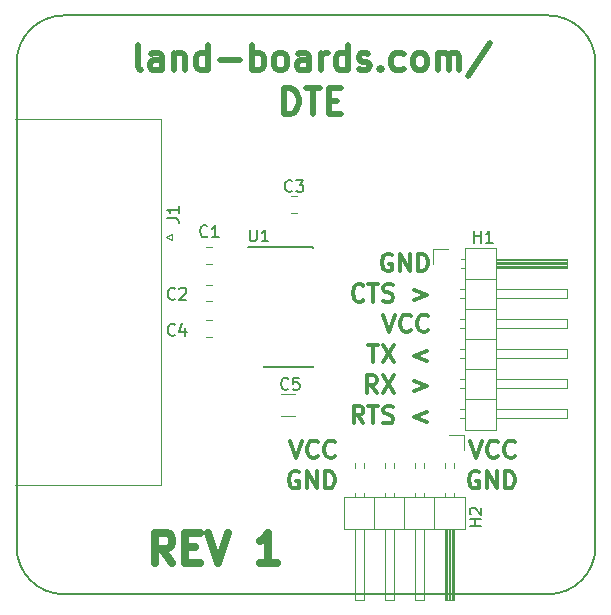
<source format=gbr>
G04 #@! TF.GenerationSoftware,KiCad,Pcbnew,(5.1.5)-3*
G04 #@! TF.CreationDate,2020-04-19T11:52:18-04:00*
G04 #@! TF.ProjectId,RS232_TTL_Male,52533233-325f-4545-944c-5f4d616c652e,1*
G04 #@! TF.SameCoordinates,Original*
G04 #@! TF.FileFunction,Legend,Top*
G04 #@! TF.FilePolarity,Positive*
%FSLAX46Y46*%
G04 Gerber Fmt 4.6, Leading zero omitted, Abs format (unit mm)*
G04 Created by KiCad (PCBNEW (5.1.5)-3) date 2020-04-19 11:52:18*
%MOMM*%
%LPD*%
G04 APERTURE LIST*
%ADD10C,0.368300*%
%ADD11C,0.635000*%
%ADD12C,0.476250*%
%ADD13C,0.120000*%
%ADD14C,0.150000*%
G04 APERTURE END LIST*
D10*
X184413766Y-98996197D02*
X184904833Y-100469397D01*
X185395900Y-98996197D01*
X186728795Y-100329092D02*
X186658643Y-100399245D01*
X186448185Y-100469397D01*
X186307881Y-100469397D01*
X186097424Y-100399245D01*
X185957119Y-100258940D01*
X185886966Y-100118635D01*
X185816814Y-99838026D01*
X185816814Y-99627569D01*
X185886966Y-99346959D01*
X185957119Y-99206654D01*
X186097424Y-99066350D01*
X186307881Y-98996197D01*
X186448185Y-98996197D01*
X186658643Y-99066350D01*
X186728795Y-99136502D01*
X188201995Y-100329092D02*
X188131843Y-100399245D01*
X187921385Y-100469397D01*
X187781081Y-100469397D01*
X187570624Y-100399245D01*
X187430319Y-100258940D01*
X187360166Y-100118635D01*
X187290014Y-99838026D01*
X187290014Y-99627569D01*
X187360166Y-99346959D01*
X187430319Y-99206654D01*
X187570624Y-99066350D01*
X187781081Y-98996197D01*
X187921385Y-98996197D01*
X188131843Y-99066350D01*
X188201995Y-99136502D01*
X185115290Y-101644450D02*
X184974985Y-101574297D01*
X184764528Y-101574297D01*
X184554071Y-101644450D01*
X184413766Y-101784754D01*
X184343614Y-101925059D01*
X184273462Y-102205669D01*
X184273462Y-102416126D01*
X184343614Y-102696735D01*
X184413766Y-102837040D01*
X184554071Y-102977345D01*
X184764528Y-103047497D01*
X184904833Y-103047497D01*
X185115290Y-102977345D01*
X185185443Y-102907192D01*
X185185443Y-102416126D01*
X184904833Y-102416126D01*
X185816814Y-103047497D02*
X185816814Y-101574297D01*
X186658643Y-103047497D01*
X186658643Y-101574297D01*
X187360166Y-103047497D02*
X187360166Y-101574297D01*
X187710928Y-101574297D01*
X187921385Y-101644450D01*
X188061690Y-101784754D01*
X188131843Y-101925059D01*
X188201995Y-102205669D01*
X188201995Y-102416126D01*
X188131843Y-102696735D01*
X188061690Y-102837040D01*
X187921385Y-102977345D01*
X187710928Y-103047497D01*
X187360166Y-103047497D01*
X169173766Y-98996197D02*
X169664833Y-100469397D01*
X170155900Y-98996197D01*
X171488795Y-100329092D02*
X171418643Y-100399245D01*
X171208185Y-100469397D01*
X171067881Y-100469397D01*
X170857424Y-100399245D01*
X170717119Y-100258940D01*
X170646966Y-100118635D01*
X170576814Y-99838026D01*
X170576814Y-99627569D01*
X170646966Y-99346959D01*
X170717119Y-99206654D01*
X170857424Y-99066350D01*
X171067881Y-98996197D01*
X171208185Y-98996197D01*
X171418643Y-99066350D01*
X171488795Y-99136502D01*
X172961995Y-100329092D02*
X172891843Y-100399245D01*
X172681385Y-100469397D01*
X172541081Y-100469397D01*
X172330624Y-100399245D01*
X172190319Y-100258940D01*
X172120166Y-100118635D01*
X172050014Y-99838026D01*
X172050014Y-99627569D01*
X172120166Y-99346959D01*
X172190319Y-99206654D01*
X172330624Y-99066350D01*
X172541081Y-98996197D01*
X172681385Y-98996197D01*
X172891843Y-99066350D01*
X172961995Y-99136502D01*
X169875290Y-101644450D02*
X169734985Y-101574297D01*
X169524528Y-101574297D01*
X169314071Y-101644450D01*
X169173766Y-101784754D01*
X169103614Y-101925059D01*
X169033462Y-102205669D01*
X169033462Y-102416126D01*
X169103614Y-102696735D01*
X169173766Y-102837040D01*
X169314071Y-102977345D01*
X169524528Y-103047497D01*
X169664833Y-103047497D01*
X169875290Y-102977345D01*
X169945443Y-102907192D01*
X169945443Y-102416126D01*
X169664833Y-102416126D01*
X170576814Y-103047497D02*
X170576814Y-101574297D01*
X171418643Y-103047497D01*
X171418643Y-101574297D01*
X172120166Y-103047497D02*
X172120166Y-101574297D01*
X172470928Y-101574297D01*
X172681385Y-101644450D01*
X172821690Y-101784754D01*
X172891843Y-101925059D01*
X172961995Y-102205669D01*
X172961995Y-102416126D01*
X172891843Y-102696735D01*
X172821690Y-102837040D01*
X172681385Y-102977345D01*
X172470928Y-103047497D01*
X172120166Y-103047497D01*
X177749290Y-83242150D02*
X177608985Y-83171997D01*
X177398528Y-83171997D01*
X177188071Y-83242150D01*
X177047766Y-83382454D01*
X176977614Y-83522759D01*
X176907462Y-83803369D01*
X176907462Y-84013826D01*
X176977614Y-84294435D01*
X177047766Y-84434740D01*
X177188071Y-84575045D01*
X177398528Y-84645197D01*
X177538833Y-84645197D01*
X177749290Y-84575045D01*
X177819443Y-84504892D01*
X177819443Y-84013826D01*
X177538833Y-84013826D01*
X178450814Y-84645197D02*
X178450814Y-83171997D01*
X179292643Y-84645197D01*
X179292643Y-83171997D01*
X179994166Y-84645197D02*
X179994166Y-83171997D01*
X180344928Y-83171997D01*
X180555385Y-83242150D01*
X180695690Y-83382454D01*
X180765843Y-83522759D01*
X180835995Y-83803369D01*
X180835995Y-84013826D01*
X180765843Y-84294435D01*
X180695690Y-84434740D01*
X180555385Y-84575045D01*
X180344928Y-84645197D01*
X179994166Y-84645197D01*
X175364109Y-87082992D02*
X175293957Y-87153145D01*
X175083500Y-87223297D01*
X174943195Y-87223297D01*
X174732738Y-87153145D01*
X174592433Y-87012840D01*
X174522281Y-86872535D01*
X174452128Y-86591926D01*
X174452128Y-86381469D01*
X174522281Y-86100859D01*
X174592433Y-85960554D01*
X174732738Y-85820250D01*
X174943195Y-85750097D01*
X175083500Y-85750097D01*
X175293957Y-85820250D01*
X175364109Y-85890402D01*
X175785024Y-85750097D02*
X176626852Y-85750097D01*
X176205938Y-87223297D02*
X176205938Y-85750097D01*
X177047766Y-87153145D02*
X177258224Y-87223297D01*
X177608985Y-87223297D01*
X177749290Y-87153145D01*
X177819443Y-87082992D01*
X177889595Y-86942688D01*
X177889595Y-86802383D01*
X177819443Y-86662078D01*
X177749290Y-86591926D01*
X177608985Y-86521773D01*
X177328376Y-86451621D01*
X177188071Y-86381469D01*
X177117919Y-86311316D01*
X177047766Y-86171011D01*
X177047766Y-86030707D01*
X177117919Y-85890402D01*
X177188071Y-85820250D01*
X177328376Y-85750097D01*
X177679138Y-85750097D01*
X177889595Y-85820250D01*
X179643405Y-86241164D02*
X180765843Y-86662078D01*
X179643405Y-87082992D01*
X177047766Y-88328197D02*
X177538833Y-89801397D01*
X178029900Y-88328197D01*
X179362795Y-89661092D02*
X179292643Y-89731245D01*
X179082185Y-89801397D01*
X178941881Y-89801397D01*
X178731424Y-89731245D01*
X178591119Y-89590940D01*
X178520966Y-89450635D01*
X178450814Y-89170026D01*
X178450814Y-88959569D01*
X178520966Y-88678959D01*
X178591119Y-88538654D01*
X178731424Y-88398350D01*
X178941881Y-88328197D01*
X179082185Y-88328197D01*
X179292643Y-88398350D01*
X179362795Y-88468502D01*
X180835995Y-89661092D02*
X180765843Y-89731245D01*
X180555385Y-89801397D01*
X180415081Y-89801397D01*
X180204624Y-89731245D01*
X180064319Y-89590940D01*
X179994166Y-89450635D01*
X179924014Y-89170026D01*
X179924014Y-88959569D01*
X179994166Y-88678959D01*
X180064319Y-88538654D01*
X180204624Y-88398350D01*
X180415081Y-88328197D01*
X180555385Y-88328197D01*
X180765843Y-88398350D01*
X180835995Y-88468502D01*
X175785024Y-90906297D02*
X176626852Y-90906297D01*
X176205938Y-92379497D02*
X176205938Y-90906297D01*
X176977614Y-90906297D02*
X177959747Y-92379497D01*
X177959747Y-90906297D02*
X176977614Y-92379497D01*
X180765843Y-91397364D02*
X179643405Y-91818278D01*
X180765843Y-92239192D01*
X176486547Y-94957597D02*
X175995481Y-94256073D01*
X175644719Y-94957597D02*
X175644719Y-93484397D01*
X176205938Y-93484397D01*
X176346243Y-93554550D01*
X176416395Y-93624702D01*
X176486547Y-93765007D01*
X176486547Y-93975464D01*
X176416395Y-94115769D01*
X176346243Y-94185921D01*
X176205938Y-94256073D01*
X175644719Y-94256073D01*
X176977614Y-93484397D02*
X177959747Y-94957597D01*
X177959747Y-93484397D02*
X176977614Y-94957597D01*
X179643405Y-93975464D02*
X180765843Y-94396378D01*
X179643405Y-94817292D01*
X175364109Y-97535697D02*
X174873043Y-96834173D01*
X174522281Y-97535697D02*
X174522281Y-96062497D01*
X175083500Y-96062497D01*
X175223805Y-96132650D01*
X175293957Y-96202802D01*
X175364109Y-96343107D01*
X175364109Y-96553564D01*
X175293957Y-96693869D01*
X175223805Y-96764021D01*
X175083500Y-96834173D01*
X174522281Y-96834173D01*
X175785024Y-96062497D02*
X176626852Y-96062497D01*
X176205938Y-97535697D02*
X176205938Y-96062497D01*
X177047766Y-97465545D02*
X177258224Y-97535697D01*
X177608985Y-97535697D01*
X177749290Y-97465545D01*
X177819443Y-97395392D01*
X177889595Y-97255088D01*
X177889595Y-97114783D01*
X177819443Y-96974478D01*
X177749290Y-96904326D01*
X177608985Y-96834173D01*
X177328376Y-96764021D01*
X177188071Y-96693869D01*
X177117919Y-96623716D01*
X177047766Y-96483411D01*
X177047766Y-96343107D01*
X177117919Y-96202802D01*
X177188071Y-96132650D01*
X177328376Y-96062497D01*
X177679138Y-96062497D01*
X177889595Y-96132650D01*
X180765843Y-96553564D02*
X179643405Y-96974478D01*
X180765843Y-97395392D01*
D11*
X159185428Y-109353047D02*
X158338761Y-108143523D01*
X157734000Y-109353047D02*
X157734000Y-106813047D01*
X158701619Y-106813047D01*
X158943523Y-106934000D01*
X159064476Y-107054952D01*
X159185428Y-107296857D01*
X159185428Y-107659714D01*
X159064476Y-107901619D01*
X158943523Y-108022571D01*
X158701619Y-108143523D01*
X157734000Y-108143523D01*
X160274000Y-108022571D02*
X161120666Y-108022571D01*
X161483523Y-109353047D02*
X160274000Y-109353047D01*
X160274000Y-106813047D01*
X161483523Y-106813047D01*
X162209238Y-106813047D02*
X163055904Y-109353047D01*
X163902571Y-106813047D01*
X168014952Y-109353047D02*
X166563523Y-109353047D01*
X167289238Y-109353047D02*
X167289238Y-106813047D01*
X167047333Y-107175904D01*
X166805428Y-107417809D01*
X166563523Y-107538761D01*
D12*
X156555261Y-67619315D02*
X156349642Y-67516505D01*
X156246833Y-67310886D01*
X156246833Y-65460315D01*
X158303023Y-67619315D02*
X158303023Y-66488410D01*
X158200214Y-66282791D01*
X157994595Y-66179982D01*
X157583357Y-66179982D01*
X157377738Y-66282791D01*
X158303023Y-67516505D02*
X158097404Y-67619315D01*
X157583357Y-67619315D01*
X157377738Y-67516505D01*
X157274928Y-67310886D01*
X157274928Y-67105267D01*
X157377738Y-66899648D01*
X157583357Y-66796839D01*
X158097404Y-66796839D01*
X158303023Y-66694029D01*
X159331119Y-66179982D02*
X159331119Y-67619315D01*
X159331119Y-66385601D02*
X159433928Y-66282791D01*
X159639547Y-66179982D01*
X159947976Y-66179982D01*
X160153595Y-66282791D01*
X160256404Y-66488410D01*
X160256404Y-67619315D01*
X162209785Y-67619315D02*
X162209785Y-65460315D01*
X162209785Y-67516505D02*
X162004166Y-67619315D01*
X161592928Y-67619315D01*
X161387309Y-67516505D01*
X161284500Y-67413696D01*
X161181690Y-67208077D01*
X161181690Y-66591220D01*
X161284500Y-66385601D01*
X161387309Y-66282791D01*
X161592928Y-66179982D01*
X162004166Y-66179982D01*
X162209785Y-66282791D01*
X163237880Y-66796839D02*
X164882833Y-66796839D01*
X165910928Y-67619315D02*
X165910928Y-65460315D01*
X165910928Y-66282791D02*
X166116547Y-66179982D01*
X166527785Y-66179982D01*
X166733404Y-66282791D01*
X166836214Y-66385601D01*
X166939023Y-66591220D01*
X166939023Y-67208077D01*
X166836214Y-67413696D01*
X166733404Y-67516505D01*
X166527785Y-67619315D01*
X166116547Y-67619315D01*
X165910928Y-67516505D01*
X168172738Y-67619315D02*
X167967119Y-67516505D01*
X167864309Y-67413696D01*
X167761500Y-67208077D01*
X167761500Y-66591220D01*
X167864309Y-66385601D01*
X167967119Y-66282791D01*
X168172738Y-66179982D01*
X168481166Y-66179982D01*
X168686785Y-66282791D01*
X168789595Y-66385601D01*
X168892404Y-66591220D01*
X168892404Y-67208077D01*
X168789595Y-67413696D01*
X168686785Y-67516505D01*
X168481166Y-67619315D01*
X168172738Y-67619315D01*
X170742976Y-67619315D02*
X170742976Y-66488410D01*
X170640166Y-66282791D01*
X170434547Y-66179982D01*
X170023309Y-66179982D01*
X169817690Y-66282791D01*
X170742976Y-67516505D02*
X170537357Y-67619315D01*
X170023309Y-67619315D01*
X169817690Y-67516505D01*
X169714880Y-67310886D01*
X169714880Y-67105267D01*
X169817690Y-66899648D01*
X170023309Y-66796839D01*
X170537357Y-66796839D01*
X170742976Y-66694029D01*
X171771071Y-67619315D02*
X171771071Y-66179982D01*
X171771071Y-66591220D02*
X171873880Y-66385601D01*
X171976690Y-66282791D01*
X172182309Y-66179982D01*
X172387928Y-66179982D01*
X174032880Y-67619315D02*
X174032880Y-65460315D01*
X174032880Y-67516505D02*
X173827261Y-67619315D01*
X173416023Y-67619315D01*
X173210404Y-67516505D01*
X173107595Y-67413696D01*
X173004785Y-67208077D01*
X173004785Y-66591220D01*
X173107595Y-66385601D01*
X173210404Y-66282791D01*
X173416023Y-66179982D01*
X173827261Y-66179982D01*
X174032880Y-66282791D01*
X174958166Y-67516505D02*
X175163785Y-67619315D01*
X175575023Y-67619315D01*
X175780642Y-67516505D01*
X175883452Y-67310886D01*
X175883452Y-67208077D01*
X175780642Y-67002458D01*
X175575023Y-66899648D01*
X175266595Y-66899648D01*
X175060976Y-66796839D01*
X174958166Y-66591220D01*
X174958166Y-66488410D01*
X175060976Y-66282791D01*
X175266595Y-66179982D01*
X175575023Y-66179982D01*
X175780642Y-66282791D01*
X176808738Y-67413696D02*
X176911547Y-67516505D01*
X176808738Y-67619315D01*
X176705928Y-67516505D01*
X176808738Y-67413696D01*
X176808738Y-67619315D01*
X178762119Y-67516505D02*
X178556499Y-67619315D01*
X178145261Y-67619315D01*
X177939642Y-67516505D01*
X177836833Y-67413696D01*
X177734023Y-67208077D01*
X177734023Y-66591220D01*
X177836833Y-66385601D01*
X177939642Y-66282791D01*
X178145261Y-66179982D01*
X178556499Y-66179982D01*
X178762119Y-66282791D01*
X179995833Y-67619315D02*
X179790214Y-67516505D01*
X179687404Y-67413696D01*
X179584595Y-67208077D01*
X179584595Y-66591220D01*
X179687404Y-66385601D01*
X179790214Y-66282791D01*
X179995833Y-66179982D01*
X180304261Y-66179982D01*
X180509880Y-66282791D01*
X180612690Y-66385601D01*
X180715499Y-66591220D01*
X180715499Y-67208077D01*
X180612690Y-67413696D01*
X180509880Y-67516505D01*
X180304261Y-67619315D01*
X179995833Y-67619315D01*
X181640785Y-67619315D02*
X181640785Y-66179982D01*
X181640785Y-66385601D02*
X181743595Y-66282791D01*
X181949214Y-66179982D01*
X182257642Y-66179982D01*
X182463261Y-66282791D01*
X182566071Y-66488410D01*
X182566071Y-67619315D01*
X182566071Y-66488410D02*
X182668880Y-66282791D01*
X182874499Y-66179982D01*
X183182928Y-66179982D01*
X183388547Y-66282791D01*
X183491357Y-66488410D01*
X183491357Y-67619315D01*
X186061595Y-65357505D02*
X184211023Y-68133363D01*
X168635380Y-71334065D02*
X168635380Y-69175065D01*
X169149428Y-69175065D01*
X169457857Y-69277875D01*
X169663476Y-69483494D01*
X169766285Y-69689113D01*
X169869095Y-70100351D01*
X169869095Y-70408779D01*
X169766285Y-70820017D01*
X169663476Y-71025636D01*
X169457857Y-71231255D01*
X169149428Y-71334065D01*
X168635380Y-71334065D01*
X170485952Y-69175065D02*
X171719666Y-69175065D01*
X171102809Y-71334065D02*
X171102809Y-69175065D01*
X172439333Y-70203160D02*
X173159000Y-70203160D01*
X173467428Y-71334065D02*
X172439333Y-71334065D01*
X172439333Y-69175065D01*
X173467428Y-69175065D01*
D13*
X162567252Y-84022000D02*
X162044748Y-84022000D01*
X162567252Y-82602000D02*
X162044748Y-82602000D01*
X162567252Y-85790000D02*
X162044748Y-85790000D01*
X162567252Y-87210000D02*
X162044748Y-87210000D01*
X169761252Y-79710000D02*
X169238748Y-79710000D01*
X169761252Y-78290000D02*
X169238748Y-78290000D01*
X162044748Y-90210000D02*
X162567252Y-90210000D01*
X162044748Y-88790000D02*
X162567252Y-88790000D01*
X145883200Y-71799700D02*
X158223200Y-71799700D01*
X158223200Y-71799700D02*
X158223200Y-102769700D01*
X158223200Y-102769700D02*
X145883200Y-102769700D01*
X159117538Y-81494700D02*
X159117538Y-81994700D01*
X159117538Y-81994700D02*
X158684525Y-81744700D01*
X158684525Y-81744700D02*
X159117538Y-81494700D01*
D14*
X166937400Y-82600600D02*
X166937400Y-82625600D01*
X171087400Y-82600600D02*
X171087400Y-82705600D01*
X171087400Y-92750600D02*
X171087400Y-92645600D01*
X166937400Y-92750600D02*
X166937400Y-92645600D01*
X166937400Y-82600600D02*
X171087400Y-82600600D01*
X166937400Y-92750600D02*
X171087400Y-92750600D01*
X166937400Y-82625600D02*
X165562400Y-82625600D01*
D13*
X183965200Y-82713400D02*
X183965200Y-98073400D01*
X183965200Y-98073400D02*
X186625200Y-98073400D01*
X186625200Y-98073400D02*
X186625200Y-82713400D01*
X186625200Y-82713400D02*
X183965200Y-82713400D01*
X186625200Y-83663400D02*
X192625200Y-83663400D01*
X192625200Y-83663400D02*
X192625200Y-84423400D01*
X192625200Y-84423400D02*
X186625200Y-84423400D01*
X186625200Y-83723400D02*
X192625200Y-83723400D01*
X186625200Y-83843400D02*
X192625200Y-83843400D01*
X186625200Y-83963400D02*
X192625200Y-83963400D01*
X186625200Y-84083400D02*
X192625200Y-84083400D01*
X186625200Y-84203400D02*
X192625200Y-84203400D01*
X186625200Y-84323400D02*
X192625200Y-84323400D01*
X183635200Y-83663400D02*
X183965200Y-83663400D01*
X183635200Y-84423400D02*
X183965200Y-84423400D01*
X183965200Y-85313400D02*
X186625200Y-85313400D01*
X186625200Y-86203400D02*
X192625200Y-86203400D01*
X192625200Y-86203400D02*
X192625200Y-86963400D01*
X192625200Y-86963400D02*
X186625200Y-86963400D01*
X183568129Y-86203400D02*
X183965200Y-86203400D01*
X183568129Y-86963400D02*
X183965200Y-86963400D01*
X183965200Y-87853400D02*
X186625200Y-87853400D01*
X186625200Y-88743400D02*
X192625200Y-88743400D01*
X192625200Y-88743400D02*
X192625200Y-89503400D01*
X192625200Y-89503400D02*
X186625200Y-89503400D01*
X183568129Y-88743400D02*
X183965200Y-88743400D01*
X183568129Y-89503400D02*
X183965200Y-89503400D01*
X183965200Y-90393400D02*
X186625200Y-90393400D01*
X186625200Y-91283400D02*
X192625200Y-91283400D01*
X192625200Y-91283400D02*
X192625200Y-92043400D01*
X192625200Y-92043400D02*
X186625200Y-92043400D01*
X183568129Y-91283400D02*
X183965200Y-91283400D01*
X183568129Y-92043400D02*
X183965200Y-92043400D01*
X183965200Y-92933400D02*
X186625200Y-92933400D01*
X186625200Y-93823400D02*
X192625200Y-93823400D01*
X192625200Y-93823400D02*
X192625200Y-94583400D01*
X192625200Y-94583400D02*
X186625200Y-94583400D01*
X183568129Y-93823400D02*
X183965200Y-93823400D01*
X183568129Y-94583400D02*
X183965200Y-94583400D01*
X183965200Y-95473400D02*
X186625200Y-95473400D01*
X186625200Y-96363400D02*
X192625200Y-96363400D01*
X192625200Y-96363400D02*
X192625200Y-97123400D01*
X192625200Y-97123400D02*
X186625200Y-97123400D01*
X183568129Y-96363400D02*
X183965200Y-96363400D01*
X183568129Y-97123400D02*
X183965200Y-97123400D01*
X181255200Y-84043400D02*
X181255200Y-82773400D01*
X181255200Y-82773400D02*
X182525200Y-82773400D01*
D14*
X150000000Y-112000000D02*
X191000000Y-112000000D01*
X146000000Y-67000000D02*
X146000000Y-108000000D01*
X191000000Y-63000000D02*
X150000000Y-63000000D01*
X195000000Y-108000000D02*
X195000000Y-67000000D01*
X146000000Y-108000000D02*
G75*
G03X150000000Y-112000000I4000000J0D01*
G01*
X191000000Y-112000000D02*
G75*
G03X195000000Y-108000000I0J4000000D01*
G01*
X195000000Y-67000000D02*
G75*
G03X191000000Y-63000000I-4000000J0D01*
G01*
X150000000Y-63000000D02*
G75*
G03X146000000Y-67000000I0J-4000000D01*
G01*
D13*
X169602064Y-96910000D02*
X168397936Y-96910000D01*
X169602064Y-95090000D02*
X168397936Y-95090000D01*
X183956000Y-103802000D02*
X173676000Y-103802000D01*
X173676000Y-103802000D02*
X173676000Y-106462000D01*
X173676000Y-106462000D02*
X183956000Y-106462000D01*
X183956000Y-106462000D02*
X183956000Y-103802000D01*
X183006000Y-106462000D02*
X183006000Y-112462000D01*
X183006000Y-112462000D02*
X182246000Y-112462000D01*
X182246000Y-112462000D02*
X182246000Y-106462000D01*
X182946000Y-106462000D02*
X182946000Y-112462000D01*
X182826000Y-106462000D02*
X182826000Y-112462000D01*
X182706000Y-106462000D02*
X182706000Y-112462000D01*
X182586000Y-106462000D02*
X182586000Y-112462000D01*
X182466000Y-106462000D02*
X182466000Y-112462000D01*
X182346000Y-106462000D02*
X182346000Y-112462000D01*
X183006000Y-103404929D02*
X183006000Y-103802000D01*
X182246000Y-103404929D02*
X182246000Y-103802000D01*
X183006000Y-100932000D02*
X183006000Y-101319071D01*
X182246000Y-100932000D02*
X182246000Y-101319071D01*
X181356000Y-103802000D02*
X181356000Y-106462000D01*
X180466000Y-106462000D02*
X180466000Y-112462000D01*
X180466000Y-112462000D02*
X179706000Y-112462000D01*
X179706000Y-112462000D02*
X179706000Y-106462000D01*
X180466000Y-103404929D02*
X180466000Y-103802000D01*
X179706000Y-103404929D02*
X179706000Y-103802000D01*
X180466000Y-100864929D02*
X180466000Y-101319071D01*
X179706000Y-100864929D02*
X179706000Y-101319071D01*
X178816000Y-103802000D02*
X178816000Y-106462000D01*
X177926000Y-106462000D02*
X177926000Y-112462000D01*
X177926000Y-112462000D02*
X177166000Y-112462000D01*
X177166000Y-112462000D02*
X177166000Y-106462000D01*
X177926000Y-103404929D02*
X177926000Y-103802000D01*
X177166000Y-103404929D02*
X177166000Y-103802000D01*
X177926000Y-100864929D02*
X177926000Y-101319071D01*
X177166000Y-100864929D02*
X177166000Y-101319071D01*
X176276000Y-103802000D02*
X176276000Y-106462000D01*
X175386000Y-106462000D02*
X175386000Y-112462000D01*
X175386000Y-112462000D02*
X174626000Y-112462000D01*
X174626000Y-112462000D02*
X174626000Y-106462000D01*
X175386000Y-103404929D02*
X175386000Y-103802000D01*
X174626000Y-103404929D02*
X174626000Y-103802000D01*
X175386000Y-100864929D02*
X175386000Y-101319071D01*
X174626000Y-100864929D02*
X174626000Y-101319071D01*
X182626000Y-98552000D02*
X183896000Y-98552000D01*
X183896000Y-98552000D02*
X183896000Y-99822000D01*
D14*
X162139333Y-81669142D02*
X162091714Y-81716761D01*
X161948857Y-81764380D01*
X161853619Y-81764380D01*
X161710761Y-81716761D01*
X161615523Y-81621523D01*
X161567904Y-81526285D01*
X161520285Y-81335809D01*
X161520285Y-81192952D01*
X161567904Y-81002476D01*
X161615523Y-80907238D01*
X161710761Y-80812000D01*
X161853619Y-80764380D01*
X161948857Y-80764380D01*
X162091714Y-80812000D01*
X162139333Y-80859619D01*
X163091714Y-81764380D02*
X162520285Y-81764380D01*
X162806000Y-81764380D02*
X162806000Y-80764380D01*
X162710761Y-80907238D01*
X162615523Y-81002476D01*
X162520285Y-81050095D01*
X159397333Y-86971142D02*
X159349714Y-87018761D01*
X159206857Y-87066380D01*
X159111619Y-87066380D01*
X158968761Y-87018761D01*
X158873523Y-86923523D01*
X158825904Y-86828285D01*
X158778285Y-86637809D01*
X158778285Y-86494952D01*
X158825904Y-86304476D01*
X158873523Y-86209238D01*
X158968761Y-86114000D01*
X159111619Y-86066380D01*
X159206857Y-86066380D01*
X159349714Y-86114000D01*
X159397333Y-86161619D01*
X159778285Y-86161619D02*
X159825904Y-86114000D01*
X159921142Y-86066380D01*
X160159238Y-86066380D01*
X160254476Y-86114000D01*
X160302095Y-86161619D01*
X160349714Y-86256857D01*
X160349714Y-86352095D01*
X160302095Y-86494952D01*
X159730666Y-87066380D01*
X160349714Y-87066380D01*
X169333333Y-77857142D02*
X169285714Y-77904761D01*
X169142857Y-77952380D01*
X169047619Y-77952380D01*
X168904761Y-77904761D01*
X168809523Y-77809523D01*
X168761904Y-77714285D01*
X168714285Y-77523809D01*
X168714285Y-77380952D01*
X168761904Y-77190476D01*
X168809523Y-77095238D01*
X168904761Y-77000000D01*
X169047619Y-76952380D01*
X169142857Y-76952380D01*
X169285714Y-77000000D01*
X169333333Y-77047619D01*
X169666666Y-76952380D02*
X170285714Y-76952380D01*
X169952380Y-77333333D01*
X170095238Y-77333333D01*
X170190476Y-77380952D01*
X170238095Y-77428571D01*
X170285714Y-77523809D01*
X170285714Y-77761904D01*
X170238095Y-77857142D01*
X170190476Y-77904761D01*
X170095238Y-77952380D01*
X169809523Y-77952380D01*
X169714285Y-77904761D01*
X169666666Y-77857142D01*
X159397333Y-90019142D02*
X159349714Y-90066761D01*
X159206857Y-90114380D01*
X159111619Y-90114380D01*
X158968761Y-90066761D01*
X158873523Y-89971523D01*
X158825904Y-89876285D01*
X158778285Y-89685809D01*
X158778285Y-89542952D01*
X158825904Y-89352476D01*
X158873523Y-89257238D01*
X158968761Y-89162000D01*
X159111619Y-89114380D01*
X159206857Y-89114380D01*
X159349714Y-89162000D01*
X159397333Y-89209619D01*
X160254476Y-89447714D02*
X160254476Y-90114380D01*
X160016380Y-89066761D02*
X159778285Y-89781047D01*
X160397333Y-89781047D01*
X158736580Y-80173033D02*
X159450866Y-80173033D01*
X159593723Y-80220652D01*
X159688961Y-80315890D01*
X159736580Y-80458747D01*
X159736580Y-80553985D01*
X159736580Y-79173033D02*
X159736580Y-79744461D01*
X159736580Y-79458747D02*
X158736580Y-79458747D01*
X158879438Y-79553985D01*
X158974676Y-79649223D01*
X159022295Y-79744461D01*
X165738095Y-81127980D02*
X165738095Y-81937504D01*
X165785714Y-82032742D01*
X165833333Y-82080361D01*
X165928571Y-82127980D01*
X166119047Y-82127980D01*
X166214285Y-82080361D01*
X166261904Y-82032742D01*
X166309523Y-81937504D01*
X166309523Y-81127980D01*
X167309523Y-82127980D02*
X166738095Y-82127980D01*
X167023809Y-82127980D02*
X167023809Y-81127980D01*
X166928571Y-81270838D01*
X166833333Y-81366076D01*
X166738095Y-81413695D01*
X184738095Y-82225780D02*
X184738095Y-81225780D01*
X184738095Y-81701971D02*
X185309523Y-81701971D01*
X185309523Y-82225780D02*
X185309523Y-81225780D01*
X186309523Y-82225780D02*
X185738095Y-82225780D01*
X186023809Y-82225780D02*
X186023809Y-81225780D01*
X185928571Y-81368638D01*
X185833333Y-81463876D01*
X185738095Y-81511495D01*
X168997333Y-94591142D02*
X168949714Y-94638761D01*
X168806857Y-94686380D01*
X168711619Y-94686380D01*
X168568761Y-94638761D01*
X168473523Y-94543523D01*
X168425904Y-94448285D01*
X168378285Y-94257809D01*
X168378285Y-94114952D01*
X168425904Y-93924476D01*
X168473523Y-93829238D01*
X168568761Y-93734000D01*
X168711619Y-93686380D01*
X168806857Y-93686380D01*
X168949714Y-93734000D01*
X168997333Y-93781619D01*
X169902095Y-93686380D02*
X169425904Y-93686380D01*
X169378285Y-94162571D01*
X169425904Y-94114952D01*
X169521142Y-94067333D01*
X169759238Y-94067333D01*
X169854476Y-94114952D01*
X169902095Y-94162571D01*
X169949714Y-94257809D01*
X169949714Y-94495904D01*
X169902095Y-94591142D01*
X169854476Y-94638761D01*
X169759238Y-94686380D01*
X169521142Y-94686380D01*
X169425904Y-94638761D01*
X169378285Y-94591142D01*
X185348380Y-106238904D02*
X184348380Y-106238904D01*
X184824571Y-106238904D02*
X184824571Y-105667476D01*
X185348380Y-105667476D02*
X184348380Y-105667476D01*
X184443619Y-105238904D02*
X184396000Y-105191285D01*
X184348380Y-105096047D01*
X184348380Y-104857952D01*
X184396000Y-104762714D01*
X184443619Y-104715095D01*
X184538857Y-104667476D01*
X184634095Y-104667476D01*
X184776952Y-104715095D01*
X185348380Y-105286523D01*
X185348380Y-104667476D01*
M02*

</source>
